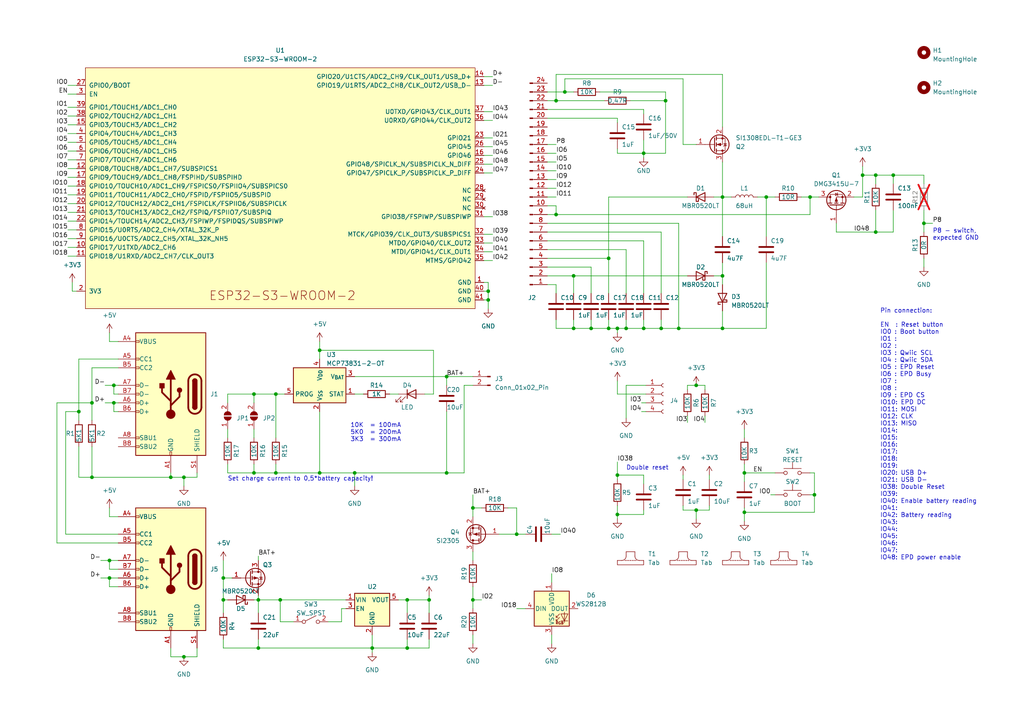
<source format=kicad_sch>
(kicad_sch (version 20230121) (generator eeschema)
  (paper "A4")
  (junction (at 129.54 137.16))
  (junction (at 141.605 86.995))
  (junction (at 161.29 62.23))
  (junction (at 196.85 95.25))
  (junction (at 92.71 101.6))
  (junction (at 49.53 138.43))
  (junction (at 176.53 95.25))
  (junction (at 124.46 173.99))
  (junction (at 186.69 44.45))
  (junction (at 31.75 167.64))
  (junction (at 186.69 95.25))
  (junction (at 118.11 173.99))
  (junction (at 222.25 57.15))
  (junction (at 22.86 119.38))
  (junction (at 259.08 50.8))
  (junction (at 64.77 167.64))
  (junction (at 31.75 162.56))
  (junction (at 201.93 111.76))
  (junction (at 236.22 143.51))
  (junction (at 149.86 154.94))
  (junction (at 209.55 80.01))
  (junction (at 33.02 116.84))
  (junction (at 201.93 147.955))
  (junction (at 267.97 64.77))
  (junction (at 209.55 95.25))
  (junction (at 137.16 147.32))
  (junction (at 176.53 74.93))
  (junction (at 137.16 173.99))
  (junction (at 74.93 173.99))
  (junction (at 73.66 137.16))
  (junction (at 163.83 26.67))
  (junction (at 102.87 137.16))
  (junction (at 234.95 57.15))
  (junction (at 166.37 95.25))
  (junction (at 129.54 109.22))
  (junction (at 26.67 116.84))
  (junction (at 166.37 80.01))
  (junction (at 250.19 50.8))
  (junction (at 209.55 57.15))
  (junction (at 141.605 84.455))
  (junction (at 215.9 137.16))
  (junction (at 254 67.31))
  (junction (at 161.29 29.21))
  (junction (at 53.34 138.43))
  (junction (at 80.01 137.16))
  (junction (at 179.07 149.225))
  (junction (at 53.34 190.5))
  (junction (at 191.77 95.25))
  (junction (at 254 50.8))
  (junction (at 179.07 137.795))
  (junction (at 118.11 187.96))
  (junction (at 33.02 111.76))
  (junction (at 179.07 95.25))
  (junction (at 73.66 114.3))
  (junction (at 74.93 187.96))
  (junction (at 80.01 114.3))
  (junction (at 215.9 148.59))
  (junction (at 171.45 95.25))
  (junction (at 181.61 95.25))
  (junction (at 81.28 173.99))
  (junction (at 92.71 137.16))
  (junction (at 193.04 29.21))
  (junction (at 26.67 138.43))
  (junction (at 107.95 187.96))
  (junction (at 64.77 173.99))
  (wire (pts (xy 125.73 101.6) (xy 92.71 101.6)))
  (wire (pts (xy 74.93 173.99) (xy 74.93 177.8)))
  (wire (pts (xy 160.02 184.15) (xy 160.02 186.69)))
  (wire (pts (xy 163.83 26.67) (xy 163.83 22.86)))
  (wire (pts (xy 19.685 66.675) (xy 22.225 66.675)))
  (wire (pts (xy 73.66 173.99) (xy 74.93 173.99)))
  (wire (pts (xy 198.12 137.795) (xy 198.12 139.065)))
  (wire (pts (xy 158.75 46.99) (xy 161.29 46.99)))
  (wire (pts (xy 92.71 99.06) (xy 92.71 101.6)))
  (wire (pts (xy 250.19 50.8) (xy 250.19 48.26)))
  (wire (pts (xy 57.15 190.5) (xy 57.15 187.96)))
  (wire (pts (xy 181.61 72.39) (xy 181.61 85.09)))
  (wire (pts (xy 176.53 95.25) (xy 179.07 95.25)))
  (wire (pts (xy 158.75 72.39) (xy 181.61 72.39)))
  (wire (pts (xy 118.11 185.42) (xy 118.11 187.96)))
  (wire (pts (xy 64.77 187.96) (xy 74.93 187.96)))
  (wire (pts (xy 19.685 51.435) (xy 22.225 51.435)))
  (wire (pts (xy 19.685 74.295) (xy 22.225 74.295)))
  (wire (pts (xy 92.71 101.6) (xy 92.71 104.14)))
  (wire (pts (xy 26.67 121.92) (xy 26.67 116.84)))
  (wire (pts (xy 166.37 92.71) (xy 166.37 95.25)))
  (wire (pts (xy 161.29 82.55) (xy 158.75 82.55)))
  (wire (pts (xy 57.15 137.16) (xy 57.15 138.43)))
  (wire (pts (xy 134.62 111.76) (xy 134.62 137.16)))
  (wire (pts (xy 179.07 43.18) (xy 179.07 44.45)))
  (wire (pts (xy 34.29 99.06) (xy 31.75 99.06)))
  (wire (pts (xy 222.25 95.25) (xy 209.55 95.25)))
  (wire (pts (xy 74.93 172.72) (xy 74.93 173.99)))
  (wire (pts (xy 267.97 53.34) (xy 267.97 50.8)))
  (wire (pts (xy 250.19 50.8) (xy 254 50.8)))
  (wire (pts (xy 140.335 40.005) (xy 142.875 40.005)))
  (wire (pts (xy 234.95 62.23) (xy 234.95 57.15)))
  (wire (pts (xy 259.08 60.96) (xy 259.08 67.31)))
  (wire (pts (xy 19.685 71.755) (xy 22.225 71.755)))
  (wire (pts (xy 223.52 143.51) (xy 224.79 143.51)))
  (wire (pts (xy 19.685 43.815) (xy 22.225 43.815)))
  (wire (pts (xy 118.11 173.99) (xy 118.11 177.8)))
  (wire (pts (xy 31.75 170.18) (xy 31.75 167.64)))
  (wire (pts (xy 222.25 76.2) (xy 222.25 95.25)))
  (wire (pts (xy 31.75 149.86) (xy 31.75 147.32)))
  (wire (pts (xy 137.16 173.99) (xy 139.7 173.99)))
  (wire (pts (xy 33.02 116.84) (xy 34.29 116.84)))
  (wire (pts (xy 267.97 64.77) (xy 270.51 64.77)))
  (wire (pts (xy 34.29 154.94) (xy 19.05 154.94)))
  (wire (pts (xy 81.28 173.99) (xy 81.28 180.34)))
  (wire (pts (xy 129.54 109.22) (xy 129.54 111.76)))
  (wire (pts (xy 74.93 185.42) (xy 74.93 187.96)))
  (wire (pts (xy 137.16 170.18) (xy 137.16 173.99)))
  (wire (pts (xy 33.02 111.76) (xy 33.02 114.3)))
  (wire (pts (xy 247.65 57.15) (xy 250.19 57.15)))
  (wire (pts (xy 149.86 154.94) (xy 152.4 154.94)))
  (wire (pts (xy 179.07 110.49) (xy 179.07 114.3)))
  (wire (pts (xy 186.69 69.85) (xy 186.69 85.09)))
  (wire (pts (xy 158.75 74.93) (xy 176.53 74.93)))
  (wire (pts (xy 30.48 116.84) (xy 33.02 116.84)))
  (wire (pts (xy 234.95 57.15) (xy 237.49 57.15)))
  (wire (pts (xy 22.86 119.38) (xy 22.86 121.92)))
  (wire (pts (xy 161.29 92.71) (xy 161.29 95.25)))
  (wire (pts (xy 186.69 40.64) (xy 186.69 44.45)))
  (wire (pts (xy 34.29 170.18) (xy 31.75 170.18)))
  (wire (pts (xy 147.32 147.32) (xy 149.86 147.32)))
  (wire (pts (xy 204.47 120.65) (xy 204.47 122.555)))
  (wire (pts (xy 29.21 167.64) (xy 31.75 167.64)))
  (wire (pts (xy 74.93 161.29) (xy 74.93 162.56)))
  (wire (pts (xy 137.16 111.76) (xy 134.62 111.76)))
  (wire (pts (xy 179.07 137.795) (xy 179.07 139.065)))
  (wire (pts (xy 141.605 81.915) (xy 141.605 84.455)))
  (wire (pts (xy 182.88 29.21) (xy 193.04 29.21)))
  (wire (pts (xy 163.83 26.67) (xy 166.37 26.67)))
  (wire (pts (xy 158.75 31.75) (xy 186.69 31.75)))
  (wire (pts (xy 171.45 92.71) (xy 171.45 95.25)))
  (wire (pts (xy 267.97 60.96) (xy 267.97 64.77)))
  (wire (pts (xy 215.9 137.16) (xy 215.9 139.7)))
  (wire (pts (xy 19.685 31.115) (xy 22.225 31.115)))
  (wire (pts (xy 19.685 56.515) (xy 22.225 56.515)))
  (wire (pts (xy 33.02 116.84) (xy 33.02 119.38)))
  (wire (pts (xy 74.93 173.99) (xy 81.28 173.99)))
  (wire (pts (xy 140.335 73.025) (xy 142.875 73.025)))
  (wire (pts (xy 158.75 44.45) (xy 161.29 44.45)))
  (wire (pts (xy 129.54 137.16) (xy 129.54 119.38)))
  (wire (pts (xy 196.85 64.77) (xy 196.85 95.25)))
  (wire (pts (xy 215.9 147.32) (xy 215.9 148.59)))
  (wire (pts (xy 198.12 41.91) (xy 201.93 41.91)))
  (wire (pts (xy 259.08 53.34) (xy 259.08 50.8)))
  (wire (pts (xy 209.55 90.17) (xy 209.55 95.25)))
  (wire (pts (xy 22.86 104.14) (xy 22.86 119.38)))
  (wire (pts (xy 107.95 187.96) (xy 107.95 189.23)))
  (wire (pts (xy 66.04 134.62) (xy 66.04 137.16)))
  (wire (pts (xy 102.87 114.3) (xy 105.41 114.3)))
  (wire (pts (xy 137.16 184.15) (xy 137.16 186.69)))
  (wire (pts (xy 137.16 143.51) (xy 137.16 147.32)))
  (wire (pts (xy 179.07 149.225) (xy 179.07 150.495)))
  (wire (pts (xy 179.07 146.685) (xy 179.07 149.225)))
  (wire (pts (xy 64.77 167.64) (xy 64.77 173.99)))
  (wire (pts (xy 199.39 80.01) (xy 166.37 80.01)))
  (wire (pts (xy 140.335 86.995) (xy 141.605 86.995)))
  (wire (pts (xy 199.39 113.03) (xy 199.39 111.76)))
  (wire (pts (xy 158.75 52.07) (xy 161.29 52.07)))
  (wire (pts (xy 102.87 109.22) (xy 129.54 109.22)))
  (wire (pts (xy 73.66 124.46) (xy 73.66 127)))
  (wire (pts (xy 176.53 57.15) (xy 176.53 74.93)))
  (wire (pts (xy 22.86 138.43) (xy 26.67 138.43)))
  (wire (pts (xy 161.29 29.21) (xy 175.26 29.21)))
  (wire (pts (xy 66.04 114.3) (xy 73.66 114.3)))
  (wire (pts (xy 53.34 190.5) (xy 57.15 190.5)))
  (wire (pts (xy 118.11 187.96) (xy 107.95 187.96)))
  (wire (pts (xy 92.71 119.38) (xy 92.71 137.16)))
  (wire (pts (xy 140.335 42.545) (xy 142.875 42.545)))
  (wire (pts (xy 26.67 116.84) (xy 26.67 106.68)))
  (wire (pts (xy 22.225 84.455) (xy 20.955 84.455)))
  (wire (pts (xy 64.77 167.64) (xy 67.31 167.64)))
  (wire (pts (xy 53.34 138.43) (xy 57.15 138.43)))
  (wire (pts (xy 193.04 44.45) (xy 193.04 29.21)))
  (wire (pts (xy 49.53 187.96) (xy 49.53 190.5)))
  (wire (pts (xy 102.87 137.16) (xy 102.87 140.97)))
  (wire (pts (xy 161.29 82.55) (xy 161.29 85.09)))
  (wire (pts (xy 158.75 54.61) (xy 161.29 54.61)))
  (wire (pts (xy 259.08 50.8) (xy 254 50.8)))
  (wire (pts (xy 137.16 147.32) (xy 139.7 147.32)))
  (wire (pts (xy 81.28 173.99) (xy 100.33 173.99)))
  (wire (pts (xy 186.69 31.75) (xy 186.69 33.02)))
  (wire (pts (xy 193.04 26.67) (xy 173.99 26.67)))
  (wire (pts (xy 193.04 29.21) (xy 193.04 26.67)))
  (wire (pts (xy 158.75 34.29) (xy 179.07 34.29)))
  (wire (pts (xy 124.46 172.72) (xy 124.46 173.99)))
  (wire (pts (xy 16.51 157.48) (xy 16.51 116.84)))
  (wire (pts (xy 179.07 149.225) (xy 186.69 149.225)))
  (wire (pts (xy 140.335 70.485) (xy 142.875 70.485)))
  (wire (pts (xy 158.75 62.23) (xy 161.29 62.23)))
  (wire (pts (xy 19.685 46.355) (xy 22.225 46.355)))
  (wire (pts (xy 215.9 137.16) (xy 224.79 137.16)))
  (wire (pts (xy 186.69 92.71) (xy 186.69 95.25)))
  (wire (pts (xy 209.55 57.15) (xy 209.55 68.58)))
  (wire (pts (xy 31.75 162.56) (xy 34.29 162.56)))
  (wire (pts (xy 209.55 57.15) (xy 212.09 57.15)))
  (wire (pts (xy 236.22 148.59) (xy 236.22 143.51)))
  (wire (pts (xy 107.95 184.15) (xy 107.95 187.96)))
  (wire (pts (xy 234.95 137.16) (xy 236.22 137.16)))
  (wire (pts (xy 158.75 41.91) (xy 161.29 41.91)))
  (wire (pts (xy 92.71 137.16) (xy 102.87 137.16)))
  (wire (pts (xy 19.685 36.195) (xy 22.225 36.195)))
  (wire (pts (xy 113.03 114.3) (xy 115.57 114.3)))
  (wire (pts (xy 186.69 44.45) (xy 186.69 45.72)))
  (wire (pts (xy 209.55 46.99) (xy 209.55 57.15)))
  (wire (pts (xy 140.335 45.085) (xy 142.875 45.085)))
  (wire (pts (xy 179.07 95.25) (xy 179.07 96.52)))
  (wire (pts (xy 137.16 147.32) (xy 137.16 149.86)))
  (wire (pts (xy 99.06 180.34) (xy 99.06 176.53)))
  (wire (pts (xy 209.55 76.2) (xy 209.55 80.01)))
  (wire (pts (xy 209.55 21.59) (xy 161.29 21.59)))
  (wire (pts (xy 171.45 95.25) (xy 176.53 95.25)))
  (wire (pts (xy 66.04 137.16) (xy 73.66 137.16)))
  (wire (pts (xy 161.29 62.23) (xy 234.95 62.23)))
  (wire (pts (xy 242.57 64.77) (xy 242.57 67.31)))
  (wire (pts (xy 137.16 173.99) (xy 137.16 176.53)))
  (wire (pts (xy 222.25 57.15) (xy 222.25 68.58)))
  (wire (pts (xy 176.53 57.15) (xy 199.39 57.15)))
  (wire (pts (xy 242.57 67.31) (xy 254 67.31)))
  (wire (pts (xy 34.29 165.1) (xy 31.75 165.1)))
  (wire (pts (xy 30.48 111.76) (xy 33.02 111.76)))
  (wire (pts (xy 53.34 138.43) (xy 53.34 140.97)))
  (wire (pts (xy 34.29 104.14) (xy 22.86 104.14)))
  (wire (pts (xy 191.77 67.31) (xy 191.77 85.09)))
  (wire (pts (xy 22.86 129.54) (xy 22.86 138.43)))
  (wire (pts (xy 19.05 154.94) (xy 19.05 119.38)))
  (wire (pts (xy 140.335 67.945) (xy 142.875 67.945)))
  (wire (pts (xy 234.95 143.51) (xy 236.22 143.51)))
  (wire (pts (xy 204.47 113.03) (xy 204.47 111.76)))
  (wire (pts (xy 171.45 77.47) (xy 171.45 85.09)))
  (wire (pts (xy 64.77 162.56) (xy 64.77 167.64)))
  (wire (pts (xy 124.46 187.96) (xy 118.11 187.96)))
  (wire (pts (xy 179.07 95.25) (xy 181.61 95.25)))
  (wire (pts (xy 191.77 95.25) (xy 191.77 92.71)))
  (wire (pts (xy 158.75 67.31) (xy 191.77 67.31)))
  (wire (pts (xy 73.66 134.62) (xy 73.66 137.16)))
  (wire (pts (xy 215.9 148.59) (xy 215.9 151.13)))
  (wire (pts (xy 196.85 95.25) (xy 191.77 95.25)))
  (wire (pts (xy 209.55 80.01) (xy 207.01 80.01)))
  (wire (pts (xy 166.37 95.25) (xy 171.45 95.25)))
  (wire (pts (xy 20.955 84.455) (xy 20.955 81.915)))
  (wire (pts (xy 254 53.34) (xy 254 50.8)))
  (wire (pts (xy 19.685 59.055) (xy 22.225 59.055)))
  (wire (pts (xy 201.93 147.955) (xy 201.93 150.495)))
  (wire (pts (xy 31.75 96.52) (xy 31.75 99.06)))
  (wire (pts (xy 198.12 146.685) (xy 198.12 147.955)))
  (wire (pts (xy 29.21 162.56) (xy 31.75 162.56)))
  (wire (pts (xy 161.29 59.69) (xy 161.29 62.23)))
  (wire (pts (xy 19.05 119.38) (xy 22.86 119.38)))
  (wire (pts (xy 49.53 138.43) (xy 53.34 138.43)))
  (wire (pts (xy 209.55 95.25) (xy 196.85 95.25)))
  (wire (pts (xy 161.29 21.59) (xy 161.29 29.21)))
  (wire (pts (xy 259.08 67.31) (xy 254 67.31)))
  (wire (pts (xy 49.53 137.16) (xy 49.53 138.43)))
  (wire (pts (xy 80.01 114.3) (xy 82.55 114.3)))
  (wire (pts (xy 158.75 69.85) (xy 186.69 69.85)))
  (wire (pts (xy 160.02 154.94) (xy 162.56 154.94)))
  (wire (pts (xy 102.87 137.16) (xy 129.54 137.16)))
  (wire (pts (xy 19.685 38.735) (xy 22.225 38.735)))
  (wire (pts (xy 34.29 157.48) (xy 16.51 157.48)))
  (wire (pts (xy 161.29 95.25) (xy 166.37 95.25)))
  (wire (pts (xy 215.9 134.62) (xy 215.9 137.16)))
  (wire (pts (xy 158.75 64.77) (xy 196.85 64.77)))
  (wire (pts (xy 219.71 57.15) (xy 222.25 57.15)))
  (wire (pts (xy 33.02 111.76) (xy 34.29 111.76)))
  (wire (pts (xy 49.53 190.5) (xy 53.34 190.5)))
  (wire (pts (xy 31.75 162.56) (xy 31.75 165.1)))
  (wire (pts (xy 19.685 48.895) (xy 22.225 48.895)))
  (wire (pts (xy 236.22 137.16) (xy 236.22 143.51)))
  (wire (pts (xy 181.61 92.71) (xy 181.61 95.25)))
  (wire (pts (xy 267.97 64.77) (xy 267.97 67.31)))
  (wire (pts (xy 199.39 111.76) (xy 201.93 111.76)))
  (wire (pts (xy 209.55 57.15) (xy 207.01 57.15)))
  (wire (pts (xy 158.75 29.21) (xy 161.29 29.21)))
  (wire (pts (xy 186.055 119.38) (xy 187.325 119.38)))
  (wire (pts (xy 19.685 41.275) (xy 22.225 41.275)))
  (wire (pts (xy 115.57 173.99) (xy 118.11 173.99)))
  (wire (pts (xy 141.605 86.995) (xy 141.605 89.535)))
  (wire (pts (xy 158.75 77.47) (xy 171.45 77.47)))
  (wire (pts (xy 181.61 111.76) (xy 181.61 121.285)))
  (wire (pts (xy 186.055 116.84) (xy 187.325 116.84)))
  (wire (pts (xy 149.86 147.32) (xy 149.86 154.94)))
  (wire (pts (xy 26.67 129.54) (xy 26.67 138.43)))
  (wire (pts (xy 204.47 111.76) (xy 201.93 111.76)))
  (wire (pts (xy 129.54 109.22) (xy 137.16 109.22)))
  (wire (pts (xy 80.01 137.16) (xy 92.71 137.16)))
  (wire (pts (xy 74.93 187.96) (xy 107.95 187.96)))
  (wire (pts (xy 199.39 120.65) (xy 199.39 122.555)))
  (wire (pts (xy 158.75 59.69) (xy 161.29 59.69)))
  (wire (pts (xy 19.685 53.975) (xy 22.225 53.975)))
  (wire (pts (xy 158.75 26.67) (xy 163.83 26.67)))
  (wire (pts (xy 140.335 34.925) (xy 142.875 34.925)))
  (wire (pts (xy 198.12 22.86) (xy 198.12 41.91)))
  (wire (pts (xy 179.07 133.985) (xy 179.07 137.795)))
  (wire (pts (xy 34.29 114.3) (xy 33.02 114.3)))
  (wire (pts (xy 215.9 148.59) (xy 236.22 148.59)))
  (wire (pts (xy 73.66 137.16) (xy 80.01 137.16)))
  (wire (pts (xy 160.02 166.37) (xy 160.02 168.91)))
  (wire (pts (xy 186.69 95.25) (xy 191.77 95.25)))
  (wire (pts (xy 140.335 75.565) (xy 142.875 75.565)))
  (wire (pts (xy 140.335 47.625) (xy 142.875 47.625)))
  (wire (pts (xy 163.83 22.86) (xy 198.12 22.86)))
  (wire (pts (xy 125.73 114.3) (xy 125.73 101.6)))
  (wire (pts (xy 123.19 114.3) (xy 125.73 114.3)))
  (wire (pts (xy 209.55 36.83) (xy 209.55 21.59)))
  (wire (pts (xy 215.9 124.46) (xy 215.9 127)))
  (wire (pts (xy 73.66 116.84) (xy 73.66 114.3)))
  (wire (pts (xy 267.97 50.8) (xy 259.08 50.8)))
  (wire (pts (xy 140.335 62.865) (xy 142.875 62.865)))
  (wire (pts (xy 186.69 140.335) (xy 186.69 137.795)))
  (wire (pts (xy 176.53 74.93) (xy 176.53 85.09)))
  (wire (pts (xy 124.46 185.42) (xy 124.46 187.96)))
  (wire (pts (xy 140.335 84.455) (xy 141.605 84.455)))
  (wire (pts (xy 187.325 111.76) (xy 181.61 111.76)))
  (wire (pts (xy 179.07 44.45) (xy 186.69 44.45)))
  (wire (pts (xy 158.75 57.15) (xy 161.29 57.15)))
  (wire (pts (xy 201.93 147.955) (xy 205.74 147.955)))
  (wire (pts (xy 140.335 50.165) (xy 142.875 50.165)))
  (wire (pts (xy 176.53 92.71) (xy 176.53 95.25)))
  (wire (pts (xy 118.11 173.99) (xy 124.46 173.99)))
  (wire (pts (xy 31.75 167.64) (xy 34.29 167.64)))
  (wire (pts (xy 267.97 74.93) (xy 267.97 77.47)))
  (wire (pts (xy 95.25 180.34) (xy 99.06 180.34)))
  (wire (pts (xy 181.61 95.25) (xy 186.69 95.25)))
  (wire (pts (xy 205.74 147.955) (xy 205.74 146.685)))
  (wire (pts (xy 134.62 137.16) (xy 129.54 137.16)))
  (wire (pts (xy 254 67.31) (xy 254 60.96)))
  (wire (pts (xy 250.19 57.15) (xy 250.19 50.8)))
  (wire (pts (xy 64.77 173.99) (xy 64.77 177.8)))
  (wire (pts (xy 19.685 33.655) (xy 22.225 33.655)))
  (wire (pts (xy 187.325 114.3) (xy 179.07 114.3)))
  (wire (pts (xy 64.77 185.42) (xy 64.77 187.96)))
  (wire (pts (xy 179.07 34.29) (xy 179.07 35.56)))
  (wire (pts (xy 73.66 114.3) (xy 80.01 114.3)))
  (wire (pts (xy 19.685 27.305) (xy 22.225 27.305)))
  (wire (pts (xy 19.685 64.135) (xy 22.225 64.135)))
  (wire (pts (xy 166.37 80.01) (xy 166.37 85.09)))
  (wire (pts (xy 179.07 137.795) (xy 186.69 137.795)))
  (wire (pts (xy 26.67 106.68) (xy 34.29 106.68)))
  (wire (pts (xy 80.01 134.62) (xy 80.01 137.16)))
  (wire (pts (xy 99.06 176.53) (xy 100.33 176.53)))
  (wire (pts (xy 66.04 124.46) (xy 66.04 127)))
  (wire (pts (xy 16.51 116.84) (xy 26.67 116.84)))
  (wire (pts (xy 141.605 84.455) (xy 141.605 86.995)))
  (wire (pts (xy 234.95 57.15) (xy 232.41 57.15)))
  (wire (pts (xy 34.29 119.38) (xy 33.02 119.38)))
  (wire (pts (xy 80.01 127) (xy 80.01 114.3)))
  (wire (pts (xy 137.16 160.02) (xy 137.16 162.56)))
  (wire (pts (xy 124.46 173.99) (xy 124.46 177.8)))
  (wire (pts (xy 64.77 173.99) (xy 66.04 173.99)))
  (wire (pts (xy 158.75 49.53) (xy 161.29 49.53)))
  (wire (pts (xy 140.335 24.765) (xy 142.875 24.765)))
  (wire (pts (xy 26.67 138.43) (xy 49.53 138.43)))
  (wire (pts (xy 144.78 154.94) (xy 149.86 154.94)))
  (wire (pts (xy 19.685 24.765) (xy 22.225 24.765)))
  (wire (pts (xy 209.55 80.01) (xy 209.55 82.55)))
  (wire (pts (xy 34.29 149.86) (xy 31.75 149.86)))
  (wire (pts (xy 19.685 61.595) (xy 22.225 61.595)))
  (wire (pts (xy 66.04 116.84) (xy 66.04 114.3)))
  (wire (pts (xy 149.86 176.53) (xy 152.4 176.53)))
  (wire (pts (xy 19.685 69.215) (xy 22.225 69.215)))
  (wire (pts (xy 140.335 22.225) (xy 142.875 22.225)))
  (wire (pts (xy 205.74 137.795) (xy 205.74 139.065)))
  (wire (pts (xy 81.28 180.34) (xy 85.09 180.34)))
  (wire (pts (xy 224.79 57.15) (xy 222.25 57.15)))
  (wire (pts (xy 186.69 147.955) (xy 186.69 149.225)))
  (wire (pts (xy 140.335 81.915) (xy 141.605 81.915)))
  (wire (pts (xy 198.12 147.955) (xy 201.93 147.955)))
  (wire (pts (xy 140.335 32.385) (xy 142.875 32.385)))
  (wire (pts (xy 158.75 80.01) (xy 166.37 80.01)))
  (wire (pts (xy 186.69 44.45) (xy 193.04 44.45)))
  (text "P8 - switch,\nexpected GND" (at 270.51 69.85 0) (effects (font (size 1.27 1.27)) (justify left bottom)))
  (text "10K  = 100mA\n5K0  = 200mA\n3K3  = 300mA" (at 101.6 128.27 0) (effects (font (size 1.27 1.27)) (justify left bottom)))
  (text "Double reset" (at 181.61 136.525 0) (effects (font (size 1.27 1.27)) (justify left bottom)))
  (text "Set charge current to 0,5*battery capacity!" (at 66.04 139.7 0) (effects (font (size 1.27 1.27)) (justify left bottom)))
  (text "Pin connection: \n\nEN  : Reset button\nIO0 : Boot button\nIO1 :\nIO2 :\nIO3 : Qwiic SCL\nIO4 : Qwiic SDA\nIO5 : EPD Reset\nIO6 : EPD Busy \nIO7 :\nIO8 :\nIO9 : EPD CS\nIO10: EPD DC\nIO11: MOSI\nIO12: CLK\nIO13: MISO\nIO14:\nIO15: \nIO16: \nIO17:\nIO18: \nIO19:\nIO20: USB D+\nIO21: USB D-\nIO38: Double Reset\nIO39: \nIO40: Enable battery reading\nIO41: \nIO42: Battery reading\nIO43: \nIO44:\nIO45:\nIO46:\nIO47:\nIO48: EPD power enable" (at 255.27 162.56 0) (effects (font (size 1.27 1.27)) (justify left bottom)))
  (label "IO10" (at 19.685 53.975 180))
  (label "IO44" (at 142.875 34.925 0))
  (label "IO40" (at 142.875 70.485 0))
  (label "D-" (at 142.875 24.765 0))
  (label "IO48" (at 247.65 67.31 0))
  (label "IO0" (at 19.685 24.765 180))
  (label "BAT+" (at 129.54 109.22 0))
  (label "BAT+" (at 74.93 161.29 0))
  (label "IO4" (at 186.055 119.38 180))
  (label "IO48" (at 142.875 47.625 0))
  (label "IO18" (at 149.86 176.53 180))
  (label "IO5" (at 161.29 46.99 0))
  (label "IO2" (at 139.7 173.99 0))
  (label "IO38" (at 142.875 62.865 0))
  (label "D-" (at 29.21 162.56 180))
  (label "IO41" (at 142.875 73.025 0))
  (label "IO12" (at 19.685 59.055 180))
  (label "IO9" (at 161.29 52.07 0))
  (label "IO39" (at 142.875 67.945 0))
  (label "IO45" (at 142.875 42.545 0))
  (label "IO6" (at 161.29 44.45 0))
  (label "IO3" (at 199.39 122.555 180))
  (label "IO15" (at 19.685 66.675 180))
  (label "BAT+" (at 137.16 143.51 0))
  (label "IO14" (at 19.685 64.135 180))
  (label "IO3" (at 186.055 116.84 180))
  (label "IO42" (at 142.875 75.565 0))
  (label "IO46" (at 142.875 45.085 0))
  (label "IO2" (at 19.685 33.655 180))
  (label "IO16" (at 19.685 69.215 180))
  (label "IO5" (at 19.685 41.275 180))
  (label "IO3" (at 19.685 36.195 180))
  (label "P8" (at 270.51 64.77 0))
  (label "D+" (at 29.21 167.64 180))
  (label "IO7" (at 19.685 46.355 180))
  (label "IO10" (at 161.29 49.53 0))
  (label "IO21" (at 142.875 40.005 0))
  (label "EN" (at 218.44 137.16 0))
  (label "IO1" (at 19.685 31.115 180))
  (label "D+" (at 142.875 22.225 0))
  (label "IO38" (at 179.07 133.985 0))
  (label "P8" (at 161.29 41.91 0))
  (label "IO13" (at 19.685 61.595 180))
  (label "IO43" (at 142.875 32.385 0))
  (label "IO47" (at 142.875 50.165 0))
  (label "IO11" (at 161.29 57.15 0))
  (label "D-" (at 30.48 111.76 180))
  (label "D+" (at 30.48 116.84 180))
  (label "IO17" (at 19.685 71.755 180))
  (label "IO9" (at 19.685 51.435 180))
  (label "IO4" (at 204.47 122.555 180))
  (label "IO40" (at 162.56 154.94 0))
  (label "IO11" (at 19.685 56.515 180))
  (label "IO12" (at 161.29 54.61 0))
  (label "EN" (at 19.685 27.305 180))
  (label "IO18" (at 19.685 74.295 180))
  (label "IO4" (at 19.685 38.735 180))
  (label "IO0" (at 223.52 143.51 180))
  (label "IO6" (at 19.685 43.815 180))
  (label "IO8" (at 19.685 48.895 180))
  (label "IO8" (at 160.02 166.37 0))
  (symbol (lib_id "power:+3V3") (at 205.74 137.795 0) (unit 1)
    (property "Reference" "#PWR09" (effects hide))
    (property "Value" "+3V3" (at 205.74 132.715 0))
  )
  (symbol (lib_id "Device:R") (at 64.77 181.61 180) (unit 1)
    (property "Reference" "R4" (at 67.31 181.61 90))
    (property "Value" "10K" (at 64.77 181.61 90))
    (property "Footprint" "Resistor_SMD:R_0805_2012Metric" (effects hide))
  )
  (symbol (lib_id "Transistor_FET:BS870") (at 207.01 41.91 0) (mirror x) (unit 1)
    (property "Reference" "Q2" (at 213.36 42.545 0) (effects (justify left)))
    (property "Value" "SI1308EDL-T1-GE3" (at 213.36 40.005 0) (effects (justify left)))
    (property "Footprint" "Package_TO_SOT_SMD:SOT-23" (effects hide))
    (property "Datasheet" "http://www.diodes.com/assets/Datasheets/ds11302.pdf" (effects hide))
  )
  (symbol (lib_id "Device:R") (at 109.22 114.3 270) (unit 1)
    (property "Reference" "R14" (at 109.22 111.76 90))
    (property "Value" "1K" (at 109.22 114.3 90))
    (property "Footprint" "Resistor_SMD:R_0805_2012Metric" (effects hide))
  )
  (symbol (lib_id "power:+3V3") (at 179.07 110.49 0) (unit 1)
    (property "Reference" "#PWR014" (effects hide))
    (property "Value" "+3V3" (at 179.07 105.41 0))
  )
  (symbol (lib_id "power:GND") (at 107.95 189.23 0) (unit 1)
    (property "Reference" "#PWR013" (effects hide))
    (property "Value" "GND" (at 107.95 194.31 0))
  )
  (symbol (lib_id "Diode:MBR0520LT") (at 203.2 57.15 0) (unit 1)
    (property "Reference" "D1" (at 203.2 54.61 0))
    (property "Value" "MBR0520LT" (at 203.2 59.69 0))
    (property "Footprint" "Diode_SMD:D_SOD-123" (effects hide))
    (property "Datasheet" "http://www.onsemi.com/pub_link/Collateral/MBR0520LT1-D.PDF" (effects hide))
  )
  (symbol (lib_id "Device:R") (at 179.07 29.21 270) (unit 1)
    (property "Reference" "R9" (at 179.07 26.67 90))
    (property "Value" "0,47R" (at 179.07 29.21 90))
    (property "Footprint" "Resistor_SMD:R_0805_2012Metric" (effects hide))
  )
  (symbol (lib_id "Device:R") (at 80.01 130.81 180) (unit 1)
    (property "Reference" "R15" (at 82.55 130.81 90))
    (property "Value" "10K" (at 80.01 130.81 90))
    (property "Footprint" "Resistor_SMD:R_0805_2012Metric" (effects hide))
  )
  (symbol (lib_id "Switch:SW_Push") (at 229.87 137.16 0) (unit 1)
    (property "Reference" "SW1" (at 229.87 130.81 0))
    (property "Value" "RESET" (at 229.87 133.35 0))
    (property "Footprint" "Button_Switch_SMD:SW_Push_1P1T_NO_CK_KMR2" (effects hide))
  )
  (symbol (lib_id "power:GND") (at 186.69 45.72 0) (unit 1)
    (property "Reference" "#PWR020" (effects hide))
    (property "Value" "GND" (at 186.69 49.53 0))
  )
  (symbol (lib_id "power:+5V") (at 31.75 96.52 0) (unit 1)
    (property "Reference" "#PWR01" (effects hide))
    (property "Value" "+5V" (at 31.75 91.44 0))
  )
  (symbol (lib_id "Device:C") (at 205.74 142.875 0) (unit 1)
    (property "Reference" "C2" (at 207.01 140.335 0) (effects (justify left)))
    (property "Value" "10uF" (at 207.01 145.415 0) (effects (justify left)))
    (property "Footprint" "Capacitor_SMD:C_0805_2012Metric" (effects hide))
  )
  (symbol (lib_id "Device:C") (at 181.61 88.9 0) (unit 1)
    (property "Reference" "C18" (at 182.88 86.36 0) (effects (justify left)))
    (property "Value" "1uF" (at 182.88 91.44 0) (effects (justify left)))
    (property "Footprint" "Capacitor_SMD:C_0805_2012Metric" (effects hide))
  )
  (symbol (lib_id "Diode:MBR0520LT") (at 69.85 173.99 180) (unit 1)
    (property "Reference" "D5" (at 69.85 176.53 0))
    (property "Value" "MBR0520LT" (at 69.85 171.45 0))
    (property "Footprint" "Diode_SMD:D_SOD-123" (effects hide))
    (property "Datasheet" "http://www.onsemi.com/pub_link/Collateral/MBR0520LT1-D.PDF" (effects hide))
  )
  (symbol (lib_id "power:+5V") (at 198.12 137.795 0) (unit 1)
    (property "Reference" "#PWR08" (effects hide))
    (property "Value" "+5V" (at 198.12 132.715 0))
  )
  (symbol (lib_id "power:GND") (at 201.93 150.495 0) (unit 1)
    (property "Reference" "#PWR011" (effects hide))
    (property "Value" "GND" (at 201.93 155.575 0))
  )
  (symbol (lib_id "Device:R") (at 267.97 71.12 0) (unit 1)
    (property "Reference" "R13" (at 265.43 71.12 90))
    (property "Value" "0R" (at 267.97 71.12 90))
    (property "Footprint" "Resistor_SMD:R_0805_2012Metric" (effects hide))
  )
  (symbol (lib_id "Device:C") (at 186.69 36.83 0) (unit 1)
    (property "Reference" "C16" (at 187.96 34.29 0) (effects (justify left)))
    (property "Value" "1uF/50V" (at 187.96 39.37 0) (effects (justify left)))
    (property "Footprint" "Capacitor_SMD:C_0805_2012Metric" (effects hide))
  )
  (symbol (lib_id "power:GND") (at 160.02 186.69 0) (unit 1)
    (property "Reference" "#PWR026" (effects hide))
    (property "Value" "GND" (at 160.02 191.77 0))
  )
  (symbol (lib_id "PCM_kikit:Tab") (at 198.12 162.56 0) (unit 1) (in_bom no)
    (property "Reference" "T2" (at 203.2 160.655 0) (effects (justify left)))
    (property "Value" "Tab" (at 203.2 163.195 0) (effects (justify left)))
    (property "Footprint" "PCM_kikit:Tab" (effects hide))
  )
  (symbol (lib_id "power:GND") (at 215.9 151.13 0) (unit 1)
    (property "Reference" "#PWR016" (effects hide))
    (property "Value" "GND" (at 215.9 156.21 0))
  )
  (symbol (lib_id "Device:R") (at 137.16 180.34 0) (unit 1)
    (property "Reference" "R20" (at 134.62 180.34 90))
    (property "Value" "10K" (at 137.16 180.34 90))
    (property "Footprint" "Resistor_SMD:R_0805_2012Metric" (effects hide))
  )
  (symbol (lib_id "Diode:MBR0520LT") (at 209.55 86.36 90) (unit 1)
    (property "Reference" "D3" (at 212.09 86.0425 90) (effects (justify right)))
    (property "Value" "MBR0520LT" (at 212.09 88.5825 90) (effects (justify right)))
    (property "Footprint" "Diode_SMD:D_SOD-123" (effects hide))
    (property "Datasheet" "http://www.onsemi.com/pub_link/Collateral/MBR0520LT1-D.PDF" (effects hide))
  )
  (symbol (lib_id "Device:C") (at 198.12 142.875 0) (unit 1)
    (property "Reference" "C1" (at 199.39 140.335 0) (effects (justify left)))
    (property "Value" "1uF" (at 199.39 145.415 0) (effects (justify left)))
    (property "Footprint" "Capacitor_SMD:C_0805_2012Metric" (effects hide))
  )
  (symbol (lib_id "Device:C") (at 222.25 72.39 0) (unit 1)
    (property "Reference" "C19" (at 223.52 69.85 0) (effects (justify left)))
    (property "Value" "4u7F" (at 223.52 74.93 0) (effects (justify left)))
    (property "Footprint" "Capacitor_SMD:C_0805_2012Metric" (effects hide))
  )
  (symbol (lib_id "power:+3V3") (at 215.9 124.46 0) (unit 1)
    (property "Reference" "#PWR05" (effects hide))
    (property "Value" "+3V3" (at 215.9 119.38 0))
  )
  (symbol (lib_id "Device:R") (at 254 57.15 0) (unit 1)
    (property "Reference" "R11" (at 251.46 57.15 90))
    (property "Value" "10K" (at 254 57.15 90))
    (property "Footprint" "Resistor_SMD:R_0805_2012Metric" (effects hide))
  )
  (symbol (lib_id "power:+3V3") (at 20.955 81.915 0) (unit 1)
    (property "Reference" "#PWR03" (effects hide))
    (property "Value" "+3V3" (at 20.955 76.835 0))
  )
  (symbol (lib_id "PCM_kikit:Tab") (at 227.33 162.56 0) (unit 1) (in_bom no)
    (property "Reference" "T4" (at 232.41 160.655 0) (effects (justify left)))
    (property "Value" "Tab" (at 232.41 163.195 0) (effects (justify left)))
    (property "Footprint" "PCM_kikit:Tab" (effects hide))
  )
  (symbol (lib_id "power:GND") (at 141.605 89.535 0) (unit 1)
    (property "Reference" "#PWR04" (effects hide))
    (property "Value" "GND" (at 141.605 94.615 0))
  )
  (symbol (lib_id "Switch:SW_Push") (at 229.87 143.51 0) (unit 1)
    (property "Reference" "SW2" (at 229.87 139.7 0))
    (property "Value" "BOOT" (at 229.87 146.05 0))
    (property "Footprint" "Button_Switch_SMD:SW_Push_1P1T_NO_CK_KMR2" (effects hide))
  )
  (symbol (lib_id "Device:C") (at 74.93 181.61 0) (unit 1)
    (property "Reference" "C21" (at 76.2 179.07 0) (effects (justify left)))
    (property "Value" "22uF" (at 76.2 184.15 0) (effects (justify left)))
    (property "Footprint" "Capacitor_SMD:C_0805_2012Metric" (effects hide))
  )
  (symbol (lib_id "Device:LED") (at 119.38 114.3 0) (unit 1)
    (property "Reference" "D4" (at 118.11 111.76 0))
    (property "Value" "LED" (at 118.11 118.11 0))
    (property "Footprint" "Diode_SMD:D_0805_2012Metric" (effects hide))
  )
  (symbol (lib_id "Device:R") (at 267.97 57.15 0) (unit 1) (dnp yes)
    (property "Reference" "R12" (at 265.43 57.15 90))
    (property "Value" "10K" (at 267.97 57.15 90))
    (property "Footprint" "Resistor_SMD:R_0805_2012Metric" (effects hide))
  )
  (symbol (lib_id "Connector:Conn_01x24_Pin") (at 153.67 54.61 0) (mirror x) (unit 1)
    (property "Reference" "J2" (at 154.305 86.36 0))
    (property "Value" "Conn_01x24_Pin" (effects hide))
    (property "Footprint" "Connector_FFC-FPC:TE_2-1734839-4_1x24-1MP_P0.5mm_Horizontal" (effects hide))
  )
  (symbol (lib_id "Device:C") (at 186.69 88.9 0) (unit 1)
    (property "Reference" "C11" (at 187.96 86.36 0) (effects (justify left)))
    (property "Value" "1uF/50V" (effects hide))
    (property "Footprint" "Capacitor_SMD:C_0805_2012Metric" (effects hide))
  )
  (symbol (lib_id "Transistor_FET:DMG2301L") (at 72.39 167.64 0) (unit 1)
    (property "Reference" "Q3" (at 76.2 163.83 0) (effects (justify left)))
    (property "Value" "DMG3415U-7" (effects hide))
    (property "Footprint" "Package_TO_SOT_SMD:SOT-23" (effects hide))
    (property "Datasheet" "https://www.diodes.com/assets/Datasheets/DMG2301L.pdf" (effects hide))
  )
  (symbol (lib_id "Device:C") (at 161.29 88.9 0) (unit 1)
    (property "Reference" "C10" (at 162.56 86.36 0) (effects (justify left)))
    (property "Value" "1uF/50V" (effects hide))
    (property "Footprint" "Capacitor_SMD:C_0805_2012Metric" (effects hide))
  )
  (symbol (lib_id "power:GND") (at 53.34 140.97 0) (unit 1)
    (property "Reference" "#PWR02" (effects hide))
    (property "Value" "GND" (at 53.34 146.05 0))
  )
  (symbol (lib_id "Regulator_Linear:AP2112K-3.3") (at 107.95 176.53 0) (unit 1)
    (property "Reference" "U2" (at 107.95 170.18 0))
    (property "Value" "AP2112K-3.3" (effects hide))
    (property "Footprint" "Package_TO_SOT_SMD:SOT-23-5" (effects hide))
    (property "Datasheet" "https://www.diodes.com/assets/Datasheets/AP2112.pdf" (effects hide))
  )
  (symbol (lib_id "Device:C") (at 129.54 115.57 0) (unit 1)
    (property "Reference" "C20" (at 129.54 113.03 0) (effects (justify left)))
    (property "Value" "10uF" (at 129.54 118.11 0) (effects (justify left)))
    (property "Footprint" "Capacitor_SMD:C_0805_2012Metric" (effects hide))
  )
  (symbol (lib_id "Jumper:SolderJumper_2_Open") (at 73.66 120.65 90) (unit 1)
    (property "Reference" "JP2" (at 76.2 121.285 90) (effects (justify right)))
    (property "Value" "SolderJumper_2_Open" (effects hide))
    (property "Footprint" "Jumper:SolderJumper-2_P1.3mm_Open_TrianglePad1.0x1.5mm" (effects hide))
  )
  (symbol (lib_id "Device:R") (at 22.86 125.73 0) (unit 1)
    (property "Reference" "R1" (at 19.05 125.73 0) (effects (justify left)))
    (property "Value" "5K1" (at 22.86 128.27 90) (effects (justify left)))
    (property "Footprint" "Resistor_SMD:R_0805_2012Metric" (effects hide))
  )
  (symbol (lib_id "power:+3V3") (at 124.46 172.72 0) (unit 1)
    (property "Reference" "#PWR07" (effects hide))
    (property "Value" "+3V3" (at 124.46 167.64 0))
  )
  (symbol (lib_id "Device:R") (at 66.04 130.81 180) (unit 1)
    (property "Reference" "R17" (at 68.58 130.81 90))
    (property "Value" "10K" (at 66.04 130.81 90))
    (property "Footprint" "Resistor_SMD:R_0805_2012Metric" (effects hide))
  )
  (symbol (lib_id "Device:R") (at 137.16 166.37 0) (unit 1)
    (property "Reference" "R19" (at 134.62 166.37 90))
    (property "Value" "10K" (at 137.16 166.37 90))
    (property "Footprint" "Resistor_SMD:R_0805_2012Metric" (effects hide))
  )
  (symbol (lib_id "Transistor_FET:DMG2301L") (at 242.57 59.69 90) (unit 1)
    (property "Reference" "Q1" (at 242.57 50.8 90))
    (property "Value" "DMG3415U-7" (at 242.57 53.34 90))
    (property "Footprint" "Package_TO_SOT_SMD:SOT-23" (effects hide))
    (property "Datasheet" "https://www.diodes.com/assets/Datasheets/DMG2301L.pdf" (effects hide))
  )
  (symbol (lib_id "Device:C") (at 124.46 181.61 0) (unit 1)
    (property "Reference" "C6" (at 125.73 179.07 0) (effects (justify left)))
    (property "Value" "22uF" (at 125.73 184.15 0) (effects (justify left)))
    (property "Footprint" "Capacitor_SMD:C_0805_2012Metric" (effects hide))
  )
  (symbol (lib_id "power:+5V") (at 92.71 99.06 0) (unit 1)
    (property "Reference" "#PWR023" (effects hide))
    (property "Value" "+5V" (at 92.71 93.98 0))
  )
  (symbol (lib_id "LED:WS2812B") (at 160.02 176.53 0) (unit 1)
    (property "Reference" "D6" (at 171.45 172.6439 0))
    (property "Value" "WS2812B" (at 171.45 175.1839 0))
    (property "Footprint" "LED_SMD:LED_WS2812B-2020_PLCC4_2.0x2.0mm" (effects hide))
    (property "Datasheet" "https://cdn-shop.adafruit.com/datasheets/WS2812B.pdf" (effects hide))
  )
  (symbol (lib_id "Device:R") (at 215.9 130.81 0) (unit 1)
    (property "Reference" "R3" (at 217.17 130.81 0) (effects (justify left)))
    (property "Value" "10K" (at 215.9 133.35 90) (effects (justify left)))
    (property "Footprint" "Resistor_SMD:R_0805_2012Metric" (effects hide))
  )
  (symbol (lib_id "Device:R") (at 170.18 26.67 270) (unit 1)
    (property "Reference" "R8" (at 170.18 24.13 90))
    (property "Value" "10K" (at 170.18 26.67 90))
    (property "Footprint" "Resistor_SMD:R_0805_2012Metric" (effects hide))
  )
  (symbol (lib_id "power:+3V3") (at 201.93 111.76 0) (unit 1)
    (property "Reference" "#PWR015" (effects hide))
    (property "Value" "+3V3" (at 201.93 106.68 0))
  )
  (symbol (lib_id "Device:C") (at 179.07 39.37 0) (unit 1)
    (property "Reference" "C15" (at 180.34 36.83 0) (effects (justify left)))
    (property "Value" "1uF" (at 180.34 41.91 0) (effects (justify left)))
    (property "Footprint" "Capacitor_SMD:C_0805_2012Metric" (effects hide))
  )
  (symbol (lib_id "Device:C") (at 171.45 88.9 0) (unit 1)
    (property "Reference" "C8" (at 172.72 86.36 0) (effects (justify left)))
    (property "Value" "1uF" (at 172.72 91.44 0) (effects (justify left)))
    (property "Footprint" "Capacitor_SMD:C_0805_2012Metric" (effects hide))
  )
  (symbol (lib_id "Espressif:ESP32-S3-WROOM-2") (at 81.915 53.975 0) (unit 1)
    (property "Reference" "U1" (at 81.28 14.605 0))
    (property "Value" "ESP32-S3-WROOM-2" (at 81.28 17.145 0))
    (property "Footprint" "ESP32_libraries:ESP32-S3-WROOM-2" (effects hide))
    (property "Datasheet" "https://www.espressif.com/sites/default/files/documentation/esp32-s3-wroom-2_datasheet_en.pdf" (effects hide))
  )
  (symbol (lib_id "PCM_kikit:Tab") (at 182.88 162.56 0) (unit 1) (in_bom no)
    (property "Reference" "T1" (at 187.96 160.655 0) (effects (justify left)))
    (property "Value" "Tab" (at 187.96 163.195 0) (effects (justify left)))
    (property "Footprint" "PCM_kikit:Tab" (effects hide))
  )
  (symbol (lib_id "Jumper:SolderJumper_2_Open") (at 66.04 120.65 90) (unit 1)
    (property "Reference" "JP1" (at 68.58 121.285 90) (effects (justify right)))
    (property "Value" "SolderJumper_2_Open" (effects hide))
    (property "Footprint" "Jumper:SolderJumper-2_P1.3mm_Open_TrianglePad1.0x1.5mm" (effects hide))
  )
  (symbol (lib_id "power:GND") (at 179.07 96.52 0) (unit 1)
    (property "Reference" "#PWR019" (effects hide))
    (property "Value" "GND" (at 179.07 101.6 0))
  )
  (symbol (lib_id "power:GND") (at 267.97 77.47 0) (unit 1)
    (property "Reference" "#PWR022" (effects hide))
    (property "Value" "GND" (at 267.97 82.55 0))
  )
  (symbol (lib_id "Connector:USB_C_Receptacle_USB2.0") (at 49.53 114.3 0) (mirror y) (unit 1)
    (property "Reference" "J1" (at 60.96 114.3 0) (effects (justify right)))
    (property "Value" "USB_C_Receptacle_USB2.0" (effects hide))
    (property "Footprint" "Connector_USB:USB_C_Receptacle_HRO_TYPE-C-31-M-12" (effects hide))
    (property "Datasheet" "https://www.usb.org/sites/default/files/documents/usb_type-c.zip" (effects hide))
  )
  (symbol (lib_id "power:GND") (at 53.34 190.5 0) (unit 1)
    (property "Reference" "#PWR018" (effects hide))
    (property "Value" "GND" (at 53.34 195.58 0))
  )
  (symbol (lib_id "Connector:USB_C_Receptacle_USB2.0") (at 49.53 165.1 0) (mirror y) (unit 1)
    (property "Reference" "J5" (at 60.96 165.1 0) (effects (justify right)))
    (property "Value" "USB_C_Receptacle_USB2.0" (effects hide))
    (property "Footprint" "dronecz:USB_C_Receptacle_HRO_TYPE-C-31-M-15" (effects hide))
    (property "Datasheet" "https://www.usb.org/sites/default/files/documents/usb_type-c.zip" (effects hide))
  )
  (symbol (lib_id "Device:C") (at 156.21 154.94 90) (unit 1)
    (property "Reference" "C4" (at 153.67 154.94 0) (effects (justify left)))
    (property "Value" "10uF" (at 158.75 154.94 0) (effects (justify left)))
    (property "Footprint" "Capacitor_SMD:C_0805_2012Metric" (effects hide))
  )
  (symbol (lib_id "Connector:Conn_01x02_Pin") (at 142.24 109.22 0) (mirror y) (unit 1)
    (property "Reference" "J3" (at 143.51 109.855 0) (effects (justify right)))
    (property "Value" "Conn_01x02_Pin" (at 143.51 112.395 0) (effects (justify right)))
    (property "Footprint" "Connector_JST:JST_PH_S2B-PH-SM4-TB_1x02-1MP_P2.00mm_Horizontal" (effects hide))
  )
  (symbol (lib_id "Device:C") (at 215.9 143.51 0) (unit 1)
    (property "Reference" "C7" (at 217.17 140.97 0) (effects (justify left)))
    (property "Value" "1uF" (at 217.17 146.05 0) (effects (justify left)))
    (property "Footprint" "Capacitor_SMD:C_0805_2012Metric" (effects hide))
  )
  (symbol (lib_id "Device:R") (at 228.6 57.15 270) (unit 1)
    (property "Reference" "R10" (at 228.6 54.61 90))
    (property "Value" "10R" (at 228.6 57.15 90))
    (property "Footprint" "Resistor_SMD:R_0805_2012Metric" (effects hide))
  )
  (symbol (lib_id "Device:R") (at 199.39 116.84 180) (unit 1)
    (property "Reference" "R6" (at 201.93 116.84 90))
    (property "Value" "10K" (at 199.39 116.84 90))
    (property "Footprint" "Resistor_SMD:R_0805_2012Metric" (effects hide))
  )
  (symbol (lib_id "Battery_Management:MCP73831-2-OT") (at 92.71 111.76 0) (unit 1)
    (property "Reference" "U3" (at 94.6659 102.87 0) (effects (justify left)))
    (property "Value" "MCP73831-2-OT" (at 94.6659 105.41 0) (effects (justify left)))
    (property "Footprint" "Package_TO_SOT_SMD:SOT-23-5" (effects hide))
    (property "Datasheet" "http://ww1.microchip.com/downloads/en/DeviceDoc/20001984g.pdf" (effects hide))
  )
  (symbol (lib_id "Connector:Conn_01x04_Socket") (at 192.405 114.3 0) (unit 1)
    (property "Reference" "J4" (at 194.31 116.205 0) (effects (justify left)))
    (property "Value" "Conn_01x04_Socket" (effects hide))
    (property "Footprint" "Connector_JST:JST_SH_SM04B-SRSS-TB_1x04-1MP_P1.00mm_Horizontal" (effects hide))
  )
  (symbol (lib_id "power:GND") (at 102.87 140.97 0) (unit 1)
    (property "Reference" "#PWR024" (effects hide))
    (property "Value" "GND" (at 102.87 146.05 0))
  )
  (symbol (lib_id "power:+5V") (at 64.77 162.56 0) (unit 1)
    (property "Reference" "#PWR06" (effects hide))
    (property "Value" "+5V" (at 64.77 157.48 0))
  )
  (symbol (lib_id "Device:R") (at 204.47 116.84 180) (unit 1)
    (property "Reference" "R7" (at 207.01 116.84 90))
    (property "Value" "10K" (at 204.47 116.84 90))
    (property "Footprint" "Resistor_SMD:R_0805_2012Metric" (effects hide))
  )
  (symbol (lib_id "power:+5V") (at 31.75 147.32 0) (unit 1)
    (property "Reference" "#PWR012" (effects hide))
    (property "Value" "+5V" (at 31.75 142.24 0))
  )
  (symbol (lib_id "Device:C") (at 118.11 181.61 0) (unit 1)
    (property "Reference" "C5" (at 118.11 179.07 0) (effects (justify left)))
    (property "Value" "10uF" (at 118.11 184.15 0) (effects (justify left)))
    (property "Footprint" "Capacitor_SMD:C_0805_2012Metric" (effects hide))
  )
  (symbol (lib_id "power:GND") (at 181.61 121.285 0) (unit 1)
    (property "Reference" "#PWR017" (effects hide))
    (property "Value" "GND" (at 181.61 126.365 0))
  )
  (symbol (lib_id "Device:C") (at 191.77 88.9 0) (unit 1)
    (property "Reference" "C12" (at 193.04 86.36 0) (effects (justify left)))
    (property "Value" "1uF/50V" (effects hide))
    (property "Footprint" "Capacitor_SMD:C_0805_2012Metric" (effects hide))
  )
  (symbol (lib_id "Device:C") (at 209.55 72.39 0) (unit 1)
    (property "Reference" "C14" (at 210.82 69.85 0) (effects (justify left)))
    (property "Value" "4u7F" (at 210.82 74.93 0) (effects (justify left)))
    (property "Footprint" "Capacitor_SMD:C_0805_2012Metric" (effects hide))
  )
  (symbol (lib_id "power:GND") (at 137.16 186.69 0) (unit 1)
    (property "Reference" "#PWR025" (effects hide))
    (property "Value" "GND" (at 137.16 191.77 0))
  )
  (symbol (lib_id "Device:R") (at 143.51 147.32 270) (unit 1)
    (property "Reference" "R18" (at 143.51 144.78 90))
    (property "Value" "10K" (at 143.51 147.32 90))
    (property "Footprint" "Resistor_SMD:R_0805_2012Metric" (effects hide))
  )
  (symbol (lib_id "Mechanical:MountingHole") (at 267.97 15.24 0) (unit 1)
    (property "Reference" "H1" (at 270.51 14.605 0) (effects (justify left)))
    (property "Value" "MountingHole" (at 270.51 17.145 0) (effects (justify left)))
    (property "Footprint" "MountingHole:MountingHole_3.2mm_M3_DIN965_Pad" (effects hide))
  )
  (symbol (lib_id "Device:C") (at 186.69 144.145 0) (unit 1)
    (property "Reference" "C3" (at 187.96 141.605 0) (effects (justify left)))
    (property "Value" "1uF" (at 187.96 146.685 0) (effects (justify left)))
    (property "Footprint" "Capacitor_SMD:C_0805_2012Metric" (effects hide))
  )
  (symbol (lib_id "power:GND") (at 179.07 150.495 0) (unit 1)
    (property "Reference" "#PWR010" (effects hide))
    (property "Value" "GND" (at 179.07 155.575 0))
  )
  (symbol (lib_id "Switch:SW_SPST") (at 90.17 180.34 0) (unit 1)
    (property "Reference" "SW3" (at 90.17 175.26 0))
    (property "Value" "SW_SPST" (at 90.17 177.8 0))
    (property "Footprint" "dronecz:JS202011JCQN" (effects hide))
  )
  (symbol (lib_id "Mechanical:MountingHole") (at 267.97 25.4 0) (unit 1)
    (property "Reference" "H2" (at 270.51 24.13 0) (effects (justify left)))
    (property "Value" "MountingHole" (at 270.51 26.67 0) (effects (justify left)))
    (property "Footprint" "MountingHole:MountingHole_3.2mm_M3_DIN965_Pad" (effects hide))
  )
  (symbol (lib_id "Device:C") (at 259.08 57.15 0) (unit 1)
    (property "Reference" "C13" (at 260.35 54.61 0) (effects (justify left)))
    (property "Value" "100nF" (at 260.35 59.69 0) (effects (justify left)))
    (property "Footprint" "Capacitor_SMD:C_0805_2012Metric" (effects hide))
  )
  (symbol (lib_id "Device:C") (at 166.37 88.9 0) (unit 1)
    (property "Reference" "C9" (at 167.64 86.36 0) (effects (justify left)))
    (property "Value" "1uF" (at 167.64 91.44 0) (effects (justify left)))
    (property "Footprint" "Capacitor_SMD:C_0805_2012Metric" (effects hide))
  )
  (symbol (lib_id "Diode:MBR0520LT") (at 203.2 80.01 0) (mirror y) (unit 1)
    (property "Reference" "D2" (at 203.2 77.47 0))
    (property "Value" "MBR0520LT" (at 203.2 82.55 0))
    (property "Footprint" "Diode_SMD:D_SOD-123" (effects hide))
    (property "Datasheet" "http://www.onsemi.com/pub_link/Collateral/MBR0520LT1-D.PDF" (effects hide))
  )
  (symbol (lib_id "power:+3V3") (at 250.19 48.26 0) (unit 1)
    (property "Reference" "#PWR021" (effects hide))
    (property "Value" "+3V3" (at 250.19 43.18 0))
  )
  (symbol (lib_id "Transistor_FET:DMG2301L") (at 139.7 154.94 180) (unit 1)
    (property "Reference" "Q4" (at 133.35 154.305 0) (effects (justify left)))
    (property "Value" "SI2305" (at 133.35 156.845 0) (effects (justify left)))
    (property "Footprint" "Package_TO_SOT_SMD:SOT-23" (effects hide))
    (property "Datasheet" "https://www.diodes.com/assets/Datasheets/DMG2301L.pdf" (effects hide))
  )
  (symbol (lib_id "Device:R") (at 26.67 125.73 0) (unit 1)
    (property "Reference" "R2" (at 27.94 125.73 0) (effects (justify left)))
    (property "Value" "5K1" (at 26.67 128.27 90) (effects (justify left)))
    (property "Footprint" "Resistor_SMD:R_0805_2012Metric" (effects hide))
  )
  (symbol (lib_id "Device:R") (at 179.07 142.875 0) (unit 1)
    (property "Reference" "R5" (at 180.34 142.875 0) (effects (justify left)))
    (property "Value" "10K" (at 179.07 145.415 90) (effects (justify left)))
    (property "Footprint" "Resistor_SMD:R_0805_2012Metric" (effects hide))
  )
  (symbol (lib_id "Device:L") (at 215.9 57.15 90) (unit 1)
    (property "Reference" "L1" (at 215.9 54.61 90))
    (property "Value" "68uH" (at 215.9 59.69 90))
    (property "Footprint" "Inductor_SMD:L_1812_4532Metric" (effects hide))
  )
  (symbol (lib_id "PCM_kikit:Tab") (at 213.36 162.56 0) (unit 1) (in_bom no)
    (property "Reference" "T3" (at 218.44 160.655 0) (effects (justify left)))
    (property "Value" "Tab" (at 218.44 163.195 0) (effects (justify left)))
    (property "Footprint" "PCM_kikit:Tab" (effects hide))
  )
  (symbol (lib_id "Device:C") (at 176.53 88.9 0) (unit 1)
    (property "Reference" "C17" (at 177.8 86.36 0) (effects (justify left)))
    (property "Value" "1uF" (at 177.8 91.44 0) (effects (justify left)))
    (property "Footprint" "Capacitor_SMD:C_0805_2012Metric" (effects hide))
  )
  (symbol (lib_id "Device:R") (at 73.66 130.81 180) (unit 1)
    (property "Reference" "R16" (at 76.2 130.81 90))
    (property "Value" "10K" (at 73.66 130.81 90))
    (property "Footprint" "Resistor_SMD:R_0805_2012Metric" (effects hide))
  )
)
</source>
